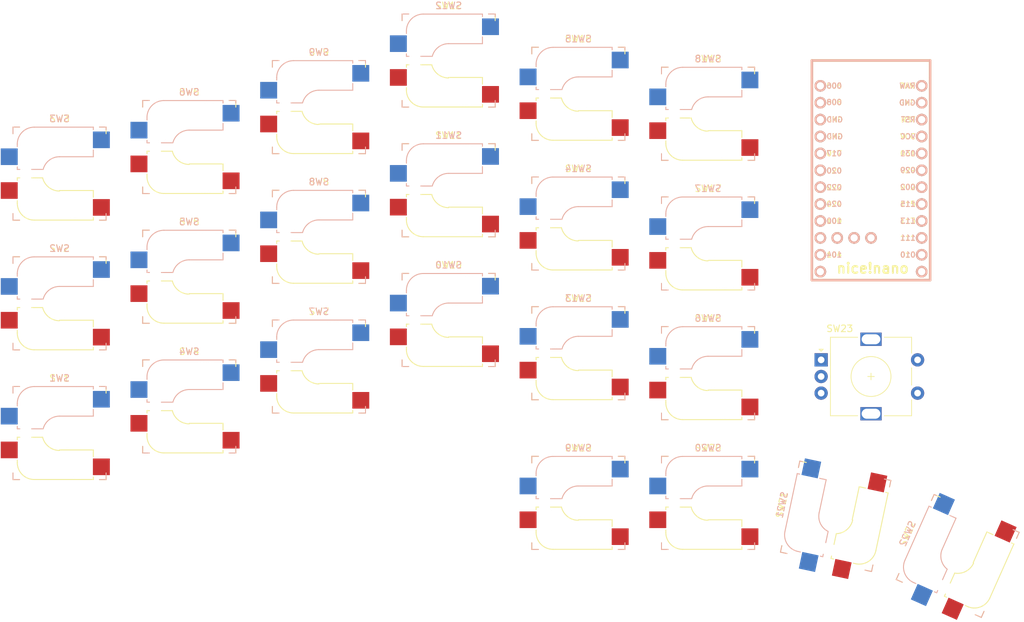
<source format=kicad_pcb>
(kicad_pcb (version 20240108) (generator "pcbnew") (generator_version "8.0")
  (layers (0 "F.Cu" signal) (31 "B.Cu" signal) (34 "B.Paste" user) (35 "F.Paste" user) (36 "B.SilkS" user "B.Silkscreen") (37 "F.SilkS" user "F.Silkscreen") (38 "B.Mask" user) (39 "F.Mask" user) (44 "Edge.Cuts" user))
  (net 0 "")
  (footprint "mx_switches:Kailh_socket_MX_reversible" (layer "F.Cu") (at 45 115)
    (property "Reference" "SW1" (at 0 -8.255 0) (layer "F.SilkS"))
    (property "Value" "SW_Push")
    (fp_text user "${REFERENCE}" (at 0 -8.255 0) (layer "B.SilkS") (effects (justify mirror)))
    (pad "" np_thru_hole circle (at -5.08 0) (size 1.7018 1.7018) (drill 1.7018) (layers "*.Cu" "*.Mask"))
    (pad "" np_thru_hole circle (at -3.81 -2.54) (size 3 3) (drill 3) (layers "*.Cu" "*.Mask"))
    (pad "" np_thru_hole circle (at -3.81 2.54) (size 3 3) (drill 3) (layers "*.Cu" "*.Mask"))
    (pad "" np_thru_hole circle (at 0 0) (size 3.9878 3.9878) (drill 3.9878) (layers "*.Cu" "*.Mask"))
    (pad "" np_thru_hole circle (at 2.54 -5.08) (size 3 3) (drill 3) (layers "*.Cu" "*.Mask"))
    (pad "" np_thru_hole circle (at 2.54 5.08) (size 3 3) (drill 3) (layers "*.Cu" "*.Mask"))
    (pad "" np_thru_hole circle (at 5.08 0) (size 1.7018 1.7018) (drill 1.7018) (layers "*.Cu" "*.Mask"))
    (pad "1" smd rect (at 6.29 -5.08) (size 2.55 2.5) (layers "B.Cu" "B.Paste" "B.Mask"))
    (pad "1" smd rect (at 6.29 5.08) (size 2.55 2.5) (layers "F.Cu" "F.Paste" "F.Mask"))
    (pad "2" smd rect (at -7.56 -2.54) (size 2.55 2.5) (layers "B.Cu" "B.Paste" "B.Mask"))
    (pad "2" smd rect (at -7.56 2.54) (size 2.55 2.5) (layers "F.Cu" "F.Paste" "F.Mask"))
  )
  (footprint "mx_switches:Kailh_socket_MX_reversible" (layer "F.Cu") (at 180.033657 133.478025 66)
    (property "Reference" "SW22" (at 0 -8.255 66) (layer "F.SilkS"))
    (property "Value" "SW_Push")
    (fp_text user "${REFERENCE}" (at 0 -8.255 66) (layer "B.SilkS") (effects (justify mirror)))
    (pad "" np_thru_hole circle (at -5.08 0 66) (size 1.7018 1.7018) (drill 1.7018) (layers "*.Cu" "*.Mask"))
    (pad "" np_thru_hole circle (at -3.81 -2.54 66) (size 3 3) (drill 3) (layers "*.Cu" "*.Mask"))
    (pad "" np_thru_hole circle (at -3.81 2.54 66) (size 3 3) (drill 3) (layers "*.Cu" "*.Mask"))
    (pad "" np_thru_hole circle (at 0 0 66) (size 3.9878 3.9878) (drill 3.9878) (layers "*.Cu" "*.Mask"))
    (pad "" np_thru_hole circle (at 2.54 -5.08 66) (size 3 3) (drill 3) (layers "*.Cu" "*.Mask"))
    (pad "" np_thru_hole circle (at 2.54 5.08 66) (size 3 3) (drill 3) (layers "*.Cu" "*.Mask"))
    (pad "" np_thru_hole circle (at 5.08 0 66) (size 1.7018 1.7018) (drill 1.7018) (layers "*.Cu" "*.Mask"))
    (pad "1" smd rect (at 6.29 -5.08 66) (size 2.55 2.5) (layers "B.Cu" "B.Paste" "B.Mask"))
    (pad "1" smd rect (at 6.29 5.08 66) (size 2.55 2.5) (layers "F.Cu" "F.Paste" "F.Mask"))
    (pad "2" smd rect (at -7.56 -2.539999 66) (size 2.55 2.5) (layers "B.Cu" "B.Paste" "B.Mask"))
    (pad "2" smd rect (at -7.56 2.54 66) (size 2.55 2.5) (layers "F.Cu" "F.Paste" "F.Mask"))
  )
  (footprint "mx_switches:Kailh_socket_MX_reversible" (layer "F.Cu") (at 123 103)
    (property "Reference" "SW13" (at 0 -8.255 0) (layer "F.SilkS"))
    (property "Value" "SW_Push")
    (fp_text user "${REFERENCE}" (at 0 -8.255 0) (layer "B.SilkS") (effects (justify mirror)))
    (pad "" np_thru_hole circle (at -5.08 0) (size 1.7018 1.7018) (drill 1.7018) (layers "*.Cu" "*.Mask"))
    (pad "" np_thru_hole circle (at -3.81 -2.54) (size 3 3) (drill 3) (layers "*.Cu" "*.Mask"))
    (pad "" np_thru_hole circle (at -3.81 2.54) (size 3 3) (drill 3) (layers "*.Cu" "*.Mask"))
    (pad "" np_thru_hole circle (at 0 0) (size 3.9878 3.9878) (drill 3.9878) (layers "*.Cu" "*.Mask"))
    (pad "" np_thru_hole circle (at 2.54 -5.08) (size 3 3) (drill 3) (layers "*.Cu" "*.Mask"))
    (pad "" np_thru_hole circle (at 2.54 5.08) (size 3 3) (drill 3) (layers "*.Cu" "*.Mask"))
    (pad "" np_thru_hole circle (at 5.08 0) (size 1.7018 1.7018) (drill 1.7018) (layers "*.Cu" "*.Mask"))
    (pad "1" smd rect (at 6.29 -5.08) (size 2.55 2.5) (layers "B.Cu" "B.Paste" "B.Mask"))
    (pad "1" smd rect (at 6.29 5.08) (size 2.55 2.5) (layers "F.Cu" "F.Paste" "F.Mask"))
    (pad "2" smd rect (at -7.56 -2.54) (size 2.55 2.5) (layers "B.Cu" "B.Paste" "B.Mask"))
    (pad "2" smd rect (at -7.56 2.54) (size 2.55 2.5) (layers "F.Cu" "F.Paste" "F.Mask"))
  )
  (footprint "tdkeys:nice_nano" (layer "F.Cu") (at 167 76.77 -90)
    (property "Reference" "U1" (hide yes))
    (property "Value" "nice_nano" (hide yes))
    (fp_text user "111" (at 8.89 -5.537191 0) (layer "B.SilkS") (effects (font (size 0.8 0.8)) (justify mirror)))
    (fp_text user "GND" (at -6.35 5.461 0) (layer "B.SilkS") (effects (font (size 0.8 0.8)) (justify mirror)))
    (fp_text user "029" (at -1.27 -5.537191 0) (layer "B.SilkS") (effects (font (size 0.8 0.8)) (justify mirror)))
    (fp_text user "RAW" (at -13.97 -5.473715 0) (layer "B.SilkS") (effects (font (size 0.8 0.8)) (justify mirror)))
    (fp_text user "031" (at -3.81 -5.537191 0) (layer "B.SilkS") (effects (font (size 0.8 0.8)) (justify mirror)))
    (fp_text user "RST" (at -8.89 -5.588 0) (layer "B.SilkS") (effects (font (size 0.8 0.8)) (justify mirror)))
    (fp_text user "017" (at -3.81 5.53719 0) (layer "B.SilkS") (effects (font (size 0.8 0.8)) (justify mirror)))
    (fp_text user "010" (at 11.43 -5.537191 0) (layer "B.SilkS") (effects (font (size 0.8 0.8)) (justify mirror)))
    (fp_text user "115" (at 3.81 -5.537191 0) (layer "B.SilkS") (effects (font (size 0.8 0.8)) (justify mirror)))
    (fp_text user "002" (at 1.27 -5.537191 0) (layer "B.SilkS") (effects (font (size 0.8 0.8)) (justify mirror)))
    (fp_text user "GND" (at -8.89 5.461 0) (layer "B.SilkS") (effects (font (size 0.8 0.8)) (justify mirror)))
    (fp_text user "104" (at 11.43 5.53719 0) (layer "B.SilkS") (effects (font (size 0.8 0.8)) (justify mirror)))
    (fp_text user "008" (at -11.5 5.53719 0) (layer "B.SilkS") (effects (font (size 0.8 0.8)) (justify mirror)))
    (fp_text user "006" (at -13.97 5.53719 0) (layer "B.SilkS") (effects (font (size 0.8 0.8)) (justify mirror)))
    (fp_text user "113" (at 6.35 -5.537191 0) (layer "B.SilkS") (effects (font (size 0.8 0.8)) (justify mirror)))
    (fp_text user "020" (at -1.2 5.53719 0) (layer "B.SilkS") (effects (font (size 0.8 0.8)) (justify mirror)))
    (fp_text user "GND" (at -11.43 -5.454667 0) (layer "B.SilkS") (effects (font (size 0.8 0.8)) (justify mirror)))
    (fp_text user "VCC" (at -6.35 -5.537191 0) (layer "B.SilkS") (effects (font (size 0.8 0.8)) (justify mirror)))
    (fp_text user "024" (at 3.8 5.53719 0) (layer "B.SilkS") (effects (font (size 0.8 0.8)) (justify mirror)))
    (fp_text user "100" (at 6.35 5.53719 0) (layer "B.SilkS") (effects (font (size 0.8 0.8)) (justify mirror)))
    (fp_text user "022" (at 1.3 5.53719 0) (layer "B.SilkS") (effects (font (size 0.8 0.8)) (justify mirror)))
    (fp_text user "022" (at 1.3 5.53719 0) (layer "F.SilkS") (effects (font (size 0.8 0.8))))
    (fp_text user "010" (at 11.43 -5.537191 0) (layer "F.SilkS") (effects (font (size 0.8 0.8))))
    (fp_text user "111" (at 8.89 -5.537191 0) (layer "F.SilkS") (effects (font (size 0.8 0.8))))
    (fp_text user "031" (at -3.81 -5.537191 0) (layer "F.SilkS") (effects (font (size 0.8 0.8))))
    (fp_text user "104" (at 11.43 5.53719 0) (layer "F.SilkS") (effects (font (size 0.8 0.8))))
    (fp_text user "115" (at 3.81 -5.537191 0) (layer "F.SilkS") (effects (font (size 0.8 0.8))))
    (fp_text user "029" (at -1.27 -5.537191 0) (layer "F.SilkS") (effects (font (size 0.8 0.8))))
    (fp_text user "008" (at -11.5 5.53719 0) (layer "F.SilkS") (effects (font (size 0.8 0.8))))
    (fp_text user "GND" (at -8.89 5.461 0) (layer "F.SilkS") (effects (font (size 0.8 0.8))))
    (fp_text user "GND" (at -11.43 -5.454667 0) (layer "F.SilkS") (effects (font (size 0.8 0.8))))
    (fp_text user "006" (at -13.97 5.53719 0) (layer "F.SilkS") (effects (font (size 0.8 0.8))))
    (fp_text user "100" (at 6.35 5.53719 0) (layer "F.SilkS") (effects (font (size 0.8 0.8))))
    (fp_text user "VCC" (at -6.35 -5.537191 0) (layer "F.SilkS") (effects (font (size 0.8 0.8))))
    (fp_text user "002" (at 1.27 -5.537191 0) (layer "F.SilkS") (effects (font (size 0.8 0.8))))
    (fp_text user "020" (at -1.2 5.53719 0) (layer "F.SilkS") (effects (font (size 0.8 0.8))))
    (fp_text user "RST" (at -8.89 -5.588 0) (layer "F.SilkS") (effects (font (size 0.8 0.8))))
    (fp_text user "RAW" (at -13.97 -5.473715 0) (layer "F.SilkS") (effects (font (size 0.8 0.8))))
    (fp_text user "nice!nano" (at 13.462 -0.254 0) (layer "F.SilkS") (effects (font (size 1.5 1.5) (thickness 0.3))))
    (fp_text user "GND" (at -6.35 5.461 0) (layer "F.SilkS") (effects (font (size 0.8 0.8))))
    (fp_text user "113" (at 6.35 -5.537191 0) (layer "F.SilkS") (effects (font (size 0.8 0.8))))
    (fp_text user "024" (at 3.81 5.53719 0) (layer "F.SilkS") (effects (font (size 0.8 0.8))))
    (fp_text user "017" (at -3.8 5.53719 0) (layer "F.SilkS") (effects (font (size 0.8 0.8))))
    (pad "1" thru_hole circle (at -13.97 7.62 270) (size 1.7526 1.7526) (drill 1.0922) (layers "*.Cu" "*.SilkS" "*.Mask"))
    (pad "2" thru_hole circle (at -11.43 7.62 270) (size 1.7526 1.7526) (drill 1.0922) (layers "*.Cu" "*.SilkS" "*.Mask"))
    (pad "3" thru_hole circle (at -8.89 7.62 270) (size 1.7526 1.7526) (drill 1.0922) (layers "*.Cu" "*.SilkS" "*.Mask"))
    (pad "4" thru_hole circle (at -6.35 7.62 270) (size 1.7526 1.7526) (drill 1.0922) (layers "*.Cu" "*.SilkS" "*.Mask"))
    (pad "5" thru_hole circle (at -3.81 7.62 270) (size 1.7526 1.7526) (drill 1.0922) (layers "*.Cu" "*.SilkS" "*.Mask"))
    (pad "6" thru_hole circle (at -1.27 7.62 270) (size 1.7526 1.7526) (drill 1.0922) (layers "*.Cu" "*.SilkS" "*.Mask"))
    (pad "7" thru_hole circle (at 1.27 7.62 270) (size 1.7526 1.7526) (drill 1.0922) (layers "*.Cu" "*.SilkS" "*.Mask"))
    (pad "8" thru_hole circle (at 3.81 7.62 270) (size 1.7526 1.7526) (drill 1.0922) (layers "*.Cu" "*.SilkS" "*.Mask"))
    (pad "9" thru_hole circle (at 6.35 7.62 270) (size 1.7526 1.7526) (drill 1.0922) (layers "*.Cu" "*.SilkS" "*.Mask"))
    (pad "10" thru_hole circle (at 8.89 7.62 270) (size 1.7526 1.7526) (drill 1.0922) (layers "*.Cu" "*.SilkS" "*.Mask"))
    (pad "11" thru_hole circle (at 11.43 7.62 270) (size 1.7526 1.7526) (drill 1.0922) (layers "*.Cu" "*.SilkS" "*.Mask"))
    (pad "12" thru_hole circle (at 13.97 7.62 270) (size 1.7526 1.7526) (drill 1.0922) (layers "*.Cu" "*.SilkS" "*.Mask"))
    (pad "13" thru_hole circle (at 13.97 -7.62 270) (size 1.7526 1.7526) (drill 1.0922) (layers "*.Cu" "*.SilkS" "*.Mask"))
    (pad "14" thru_hole circle (at 11.43 -7.62 270) (size 1.7526 1.7526) (drill 1.0922) (layers "*.Cu" "*.SilkS" "*.Mask"))
    (pad "15" thru_hole circle (at 8.89 -7.62 270) (size 1.7526 1.7526) (drill 1.0922) (layers "*.Cu" "*.SilkS" "*.Mask"))
    (pad "16" thru_hole circle (at 6.35 -7.62 270) (size 1.7526 1.7526) (drill 1.0922) (layers "*.Cu" "*.SilkS" "*.Mask"))
    (pad "17" thru_hole circle (at 3.81 -7.62 270) (size 1.7526 1.7526) (drill 1.0922) (layers "*.Cu" "*.SilkS" "*.Mask"))
    (pad "18" thru_hole circle (at 1.27 -7.62 270) (size 1.7526 1.7526) (drill 1.0922) (layers "*.Cu" "*.SilkS" "*.Mask"))
    (pad "19" thru_hole circle (at -1.27 -7.62 270) (size 1.7526 1.7526) (drill 1.0922) (layers "*.Cu" "*.SilkS" "*.Mask"))
    (pad "20" thru_hole circle (at -3.81 -7.62 270) (size 1.7526 1.7526) (drill 1.0922) (layers "*.Cu" "*.SilkS" "*.Mask"))
    (pad "21" thru_hole circle (at -6.35 -7.62 270) (size 1.7526 1.7526) (drill 1.0922) (layers "*.Cu" "*.SilkS" "*.Mask"))
    (pad "22" thru_hole circle (at -8.89 -7.62 270) (size 1.7526 1.7526) (drill 1.0922) (layers "*.Cu" "*.SilkS" "*.Mask"))
    (pad "23" thru_hole circle (at -11.43 -7.62 270) (size 1.7526 1.7526) (drill 1.0922) (layers "*.Cu" "*.SilkS" "*.Mask"))
    (pad "24" thru_hole circle (at -13.97 -7.62 270) (size 1.7526 1.7526) (drill 1.0922) (layers "*.Cu" "*.SilkS" "*.Mask"))
    (pad "31" thru_hole circle (at 8.89 5.08 270) (size 1.7526 1.7526) (drill 1.0922) (layers "*.Cu" "*.SilkS" "*.Mask"))
    (pad "32" thru_hole circle (at 8.89 2.54 270) (size 1.7526 1.7526) (drill 1.0922) (layers "*.Cu" "*.SilkS" "*.Mask"))
    (pad "33" thru_hole circle (at 8.89 0 270) (size 1.7526 1.7526) (drill 1.0922) (layers "*.Cu" "*.SilkS" "*.Mask"))
  )
  (footprint "mx_switches:Kailh_socket_MX_reversible" (layer "F.Cu") (at 64.5 72)
    (property "Reference" "SW6" (at 0 -8.255 0) (layer "F.SilkS"))
    (property "Value" "SW_Push")
    (fp_text user "${REFERENCE}" (at 0 -8.255 0) (layer "B.SilkS") (effects (justify mirror)))
    (pad "" np_thru_hole circle (at -5.08 0) (size 1.7018 1.7018) (drill 1.7018) (layers "*.Cu" "*.Mask"))
    (pad "" np_thru_hole circle (at -3.81 -2.54) (size 3 3) (drill 3) (layers "*.Cu" "*.Mask"))
    (pad "" np_thru_hole circle (at -3.81 2.54) (size 3 3) (drill 3) (layers "*.Cu" "*.Mask"))
    (pad "" np_thru_hole circle (at 0 0) (size 3.9878 3.9878) (drill 3.9878) (layers "*.Cu" "*.Mask"))
    (pad "" np_thru_hole circle (at 2.54 -5.08) (size 3 3) (drill 3) (layers "*.Cu" "*.Mask"))
    (pad "" np_thru_hole circle (at 2.54 5.08) (size 3 3) (drill 3) (layers "*.Cu" "*.Mask"))
    (pad "" np_thru_hole circle (at 5.08 0) (size 1.7018 1.7018) (drill 1.7018) (layers "*.Cu" "*.Mask"))
    (pad "1" smd rect (at 6.29 -5.08) (size 2.55 2.5) (layers "B.Cu" "B.Paste" "B.Mask"))
    (pad "1" smd rect (at 6.29 5.08) (size 2.55 2.5) (layers "F.Cu" "F.Paste" "F.Mask"))
    (pad "2" smd rect (at -7.56 -2.54) (size 2.55 2.5) (layers "B.Cu" "B.Paste" "B.Mask"))
    (pad "2" smd rect (at -7.56 2.54) (size 2.55 2.5) (layers "F.Cu" "F.Paste" "F.Mask"))
  )
  (footprint "mx_switches:Kailh_socket_MX_reversible" (layer "F.Cu") (at 84 66)
    (property "Reference" "SW9" (at 0 -8.255 0) (layer "F.SilkS"))
    (property "Value" "SW_Push")
    (fp_text user "${REFERENCE}" (at 0 -8.255 0) (layer "B.SilkS") (effects (justify mirror)))
    (pad "" np_thru_hole circle (at -5.08 0) (size 1.7018 1.7018) (drill 1.7018) (layers "*.Cu" "*.Mask"))
    (pad "" np_thru_hole circle (at -3.81 -2.54) (size 3 3) (drill 3) (layers "*.Cu" "*.Mask"))
    (pad "" np_thru_hole circle (at -3.81 2.54) (size 3 3) (drill 3) (layers "*.Cu" "*.Mask"))
    (pad "" np_thru_hole circle (at 0 0) (size 3.9878 3.9878) (drill 3.9878) (layers "*.Cu" "*.Mask"))
    (pad "" np_thru_hole circle (at 2.54 -5.08) (size 3 3) (drill 3) (layers "*.Cu" "*.Mask"))
    (pad "" np_thru_hole circle (at 2.54 5.08) (size 3 3) (drill 3) (layers "*.Cu" "*.Mask"))
    (pad "" np_thru_hole circle (at 5.08 0) (size 1.7018 1.7018) (drill 1.7018) (layers "*.Cu" "*.Mask"))
    (pad "1" smd rect (at 6.29 -5.08) (size 2.55 2.5) (layers "B.Cu" "B.Paste" "B.Mask"))
    (pad "1" smd rect (at 6.29 5.08) (size 2.55 2.5) (layers "F.Cu" "F.Paste" "F.Mask"))
    (pad "2" smd rect (at -7.56 -2.54) (size 2.55 2.5) (layers "B.Cu" "B.Paste" "B.Mask"))
    (pad "2" smd rect (at -7.56 2.54) (size 2.55 2.5) (layers "F.Cu" "F.Paste" "F.Mask"))
  )
  (footprint "mx_switches:Kailh_socket_MX_reversible" (layer "F.Cu") (at 123 83.5)
    (property "Reference" "SW14" (at 0 -8.255 0) (layer "F.SilkS"))
    (property "Value" "SW_Push")
    (fp_text user "${REFERENCE}" (at 0 -8.255 0) (layer "B.SilkS") (effects (justify mirror)))
    (pad "" np_thru_hole circle (at -5.08 0) (size 1.7018 1.7018) (drill 1.7018) (layers "*.Cu" "*.Mask"))
    (pad "" np_thru_hole circle (at -3.81 -2.54) (size 3 3) (drill 3) (layers "*.Cu" "*.Mask"))
    (pad "" np_thru_hole circle (at -3.81 2.54) (size 3 3) (drill 3) (layers "*.Cu" "*.Mask"))
    (pad "" np_thru_hole circle (at 0 0) (size 3.9878 3.9878) (drill 3.9878) (layers "*.Cu" "*.Mask"))
    (pad "" np_thru_hole circle (at 2.54 -5.08) (size 3 3) (drill 3) (layers "*.Cu" "*.Mask"))
    (pad "" np_thru_hole circle (at 2.54 5.08) (size 3 3) (drill 3) (layers "*.Cu" "*.Mask"))
    (pad "" np_thru_hole circle (at 5.08 0) (size 1.7018 1.7018) (drill 1.7018) (layers "*.Cu" "*.Mask"))
    (pad "1" smd rect (at 6.29 -5.08) (size 2.55 2.5) (layers "B.Cu" "B.Paste" "B.Mask"))
    (pad "1" smd rect (at 6.29 5.08) (size 2.55 2.5) (layers "F.Cu" "F.Paste" "F.Mask"))
    (pad "2" smd rect (at -7.56 -2.54) (size 2.55 2.5) (layers "B.Cu" "B.Paste" "B.Mask"))
    (pad "2" smd rect (at -7.56 2.54) (size 2.55 2.5) (layers "F.Cu" "F.Paste" "F.Mask"))
  )
  (footprint "mx_switches:Kailh_socket_MX_reversible" (layer "F.Cu") (at 103.5 59)
    (property "Reference" "SW12" (at 0 -8.255 0) (layer "F.SilkS"))
    (property "Value" "SW_Push")
    (fp_text user "${REFERENCE}" (at 0 -8.255 0) (layer "B.SilkS") (effects (justify mirror)))
    (pad "" np_thru_hole circle (at -5.08 0) (size 1.7018 1.7018) (drill 1.7018) (layers "*.Cu" "*.Mask"))
    (pad "" np_thru_hole circle (at -3.81 -2.54) (size 3 3) (drill 3) (layers "*.Cu" "*.Mask"))
    (pad "" np_thru_hole circle (at -3.81 2.54) (size 3 3) (drill 3) (layers "*.Cu" "*.Mask"))
    (pad "" np_thru_hole circle (at 0 0) (size 3.9878 3.9878) (drill 3.9878) (layers "*.Cu" "*.Mask"))
    (pad "" np_thru_hole circle (at 2.54 -5.08) (size 3 3) (drill 3) (layers "*.Cu" "*.Mask"))
    (pad "" np_thru_hole circle (at 2.54 5.08) (size 3 3) (drill 3) (layers "*.Cu" "*.Mask"))
    (pad "" np_thru_hole circle (at 5.08 0) (size 1.7018 1.7018) (drill 1.7018) (layers "*.Cu" "*.Mask"))
    (pad "1" smd rect (at 6.29 -5.08) (size 2.55 2.5) (layers "B.Cu" "B.Paste" "B.Mask"))
    (pad "1" smd rect (at 6.29 5.08) (size 2.55 2.5) (layers "F.Cu" "F.Paste" "F.Mask"))
    (pad "2" smd rect (at -7.56 -2.54) (size 2.55 2.5) (layers "B.Cu" "B.Paste" "B.Mask"))
    (pad "2" smd rect (at -7.56 2.54) (size 2.55 2.5) (layers "F.Cu" "F.Paste" "F.Mask"))
  )
  (footprint "mx_switches:Kailh_socket_MX_reversible" (layer "F.Cu") (at 64.5 111)
    (property "Reference" "SW4" (at 0 -8.255 0) (layer "F.SilkS"))
    (property "Value" "SW_Push")
    (fp_text user "${REFERENCE}" (at 0 -8.255 0) (layer "B.SilkS") (effects (justify mirror)))
    (pad "" np_thru_hole circle (at -5.08 0) (size 1.7018 1.7018) (drill 1.7018) (layers "*.Cu" "*.Mask"))
    (pad "" np_thru_hole circle (at -3.81 -2.54) (size 3 3) (drill 3) (layers "*.Cu" "*.Mask"))
    (pad "" np_thru_hole circle (at -3.81 2.54) (size 3 3) (drill 3) (layers "*.Cu" "*.Mask"))
    (pad "" np_thru_hole circle (at 0 0) (size 3.9878 3.9878) (drill 3.9878) (layers "*.Cu" "*.Mask"))
    (pad "" np_thru_hole circle (at 2.54 -5.08) (size 3 3) (drill 3) (layers "*.Cu" "*.Mask"))
    (pad "" np_thru_hole circle (at 2.54 5.08) (size 3 3) (drill 3) (layers "*.Cu" "*.Mask"))
    (pad "" np_thru_hole circle (at 5.08 0) (size 1.7018 1.7018) (drill 1.7018) (layers "*.Cu" "*.Mask"))
    (pad "1" smd rect (at 6.29 -5.08) (size 2.55 2.5) (layers "B.Cu" "B.Paste" "B.Mask"))
    (pad "1" smd rect (at 6.29 5.08) (size 2.55 2.5) (layers "F.Cu" "F.Paste" "F.Mask"))
    (pad "2" smd rect (at -7.56 -2.54) (size 2.55 2.5) (layers "B.Cu" "B.Paste" "B.Mask"))
    (pad "2" smd rect (at -7.56 2.54) (size 2.55 2.5) (layers "F.Cu" "F.Paste" "F.Mask"))
  )
  (footprint "mx_switches:Kailh_socket_MX_reversible" (layer "F.Cu") (at 103.5 78.5)
    (property "Reference" "SW11" (at 0 -8.255 0) (layer "F.SilkS"))
    (property "Value" "SW_Push")
    (fp_text user "${REFERENCE}" (at 0 -8.255 0) (layer "B.SilkS") (effects (justify mirror)))
    (pad "" np_thru_hole circle (at -5.08 0) (size 1.7018 1.7018) (drill 1.7018) (layers "*.Cu" "*.Mask"))
    (pad "" np_thru_hole circle (at -3.81 -2.54) (size 3 3) (drill 3) (layers "*.Cu" "*.Mask"))
    (pad "" np_thru_hole circle (at -3.81 2.54) (size 3 3) (drill 3) (layers "*.Cu" "*.Mask"))
    (pad "" np_thru_hole circle (at 0 0) (size 3.9878 3.9878) (drill 3.9878) (layers "*.Cu" "*.Mask"))
    (pad "" np_thru_hole circle (at 2.54 -5.08) (size 3 3) (drill 3) (layers "*.Cu" "*.Mask"))
    (pad "" np_thru_hole circle (at 2.54 5.08) (size 3 3) (drill 3) (layers "*.Cu" "*.Mask"))
    (pad "" np_thru_hole circle (at 5.08 0) (size 1.7018 1.7018) (drill 1.7018) (layers "*.Cu" "*.Mask"))
    (pad "1" smd rect (at 6.29 -5.08) (size 2.55 2.5) (layers "B.Cu" "B.Paste" "B.Mask"))
    (pad "1" smd rect (at 6.29 5.08) (size 2.55 2.5) (layers "F.Cu" "F.Paste" "F.Mask"))
    (pad "2" smd rect (at -7.56 -2.54) (size 2.55 2.5) (layers "B.Cu" "B.Paste" "B.Mask"))
    (pad "2" smd rect (at -7.56 2.54) (size 2.55 2.5) (layers "F.Cu" "F.Paste" "F.Mask"))
  )
  (footprint "mx_switches:Kailh_socket_MX_reversible" (layer "F.Cu") (at 103.5 98)
    (property "Reference" "SW10" (at 0 -8.255 0) (layer "F.SilkS"))
    (property "Value" "SW_Push")
    (fp_text user "${REFERENCE}" (at 0 -8.255 0) (layer "B.SilkS") (effects (justify mirror)))
    (pad "" np_thru_hole circle (at -5.08 0) (size 1.7018 1.7018) (drill 1.7018) (layers "*.Cu" "*.Mask"))
    (pad "" np_thru_hole circle (at -3.81 -2.54) (size 3 3) (drill 3) (layers "*.Cu" "*.Mask"))
    (pad "" np_thru_hole circle (at -3.81 2.54) (size 3 3) (drill 3) (layers "*.Cu" "*.Mask"))
    (pad "" np_thru_hole circle (at 0 0) (size 3.9878 3.9878) (drill 3.9878) (layers "*.Cu" "*.Mask"))
    (pad "" np_thru_hole circle (at 2.54 -5.08) (size 3 3) (drill 3) (layers "*.Cu" "*.Mask"))
    (pad "" np_thru_hole circle (at 2.54 5.08) (size 3 3) (drill 3) (layers "*.Cu" "*.Mask"))
    (pad "" np_thru_hole circle (at 5.08 0) (size 1.7018 1.7018) (drill 1.7018) (layers "*.Cu" "*.Mask"))
    (pad "1" smd rect (at 6.29 -5.08) (size 2.55 2.5) (layers "B.Cu" "B.Paste" "B.Mask"))
    (pad "1" smd rect (at 6.29 5.08) (size 2.55 2.5) (layers "F.Cu" "F.Paste" "F.Mask"))
    (pad "2" smd rect (at -7.56 -2.54) (size 2.55 2.5) (layers "B.Cu" "B.Paste" "B.Mask"))
    (pad "2" smd rect (at -7.56 2.54) (size 2.55 2.5) (layers "F.Cu" "F.Paste" "F.Mask"))
  )
  (footprint "mx_switches:Kailh_socket_MX_reversible" (layer "F.Cu") (at 64.5 91.5)
    (property "Reference" "SW5" (at 0 -8.255 0) (layer "F.SilkS"))
    (property "Value" "SW_Push")
    (fp_text user "${REFERENCE}" (at 0 -8.255 0) (layer "B.SilkS") (effects (justify mirror)))
    (pad "" np_thru_hole circle (at -5.08 0) (size 1.7018 1.7018) (drill 1.7018) (layers "*.Cu" "*.Mask"))
    (pad "" np_thru_hole circle (at -3.81 -2.54) (size 3 3) (drill 3) (layers "*.Cu" "*.Mask"))
    (pad "" np_thru_hole circle (at -3.81 2.54) (size 3 3) (drill 3) (layers "*.Cu" "*.Mask"))
    (pad "" np_thru_hole circle (at 0 0) (size 3.9878 3.9878) (drill 3.9878) (layers "*.Cu" "*.Mask"))
    (pad "" np_thru_hole circle (at 2.54 -5.08) (size 3 3) (drill 3) (layers "*.Cu" "*.Mask"))
    (pad "" np_thru_hole circle (at 2.54 5.08) (size 3 3) (drill 3) (layers "*.Cu" "*.Mask"))
    (pad "" np_thru_hole circle (at 5.08 0) (size 1.7018 1.7018) (drill 1.7018) (layers "*.Cu" "*.Mask"))
    (pad "1" smd rect (at 6.29 -5.08) (size 2.55 2.5) (layers "B.Cu" "B.Paste" "B.Mask"))
    (pad "1" smd rect (at 6.29 5.08) (size 2.55 2.5) (layers "F.Cu" "F.Paste" "F.Mask"))
    (pad "2" smd rect (at -7.56 -2.54) (size 2.55 2.5) (layers "B.Cu" "B.Paste" "B.Mask"))
    (pad "2" smd rect (at -7.56 2.54) (size 2.55 2.5) (layers "F.Cu" "F.Paste" "F.Mask"))
  )
  (footprint "mx_switches:Kailh_socket_MX_reversible" (layer "F.Cu") (at 123 125.5)
    (property "Reference" "SW19" (at 0 -8.255 0) (layer "F.SilkS"))
    (property "Value" "SW_Push")
    (fp_text user "${REFERENCE}" (at 0 -8.255 0) (layer "B.SilkS") (effects (justify mirror)))
    (pad "" np_thru_hole circle (at -5.08 0) (size 1.7018 1.7018) (drill 1.7018) (layers "*.Cu" "*.Mask"))
    (pad "" np_thru_hole circle (at -3.81 -2.54) (size 3 3) (drill 3) (layers "*.Cu" "*.Mask"))
    (pad "" np_thru_hole circle (at -3.81 2.54) (size 3 3) (drill 3) (layers "*.Cu" "*.Mask"))
    (pad "" np_thru_hole circle (at 0 0) (size 3.9878 3.9878) (drill 3.9878) (layers "*.Cu" "*.Mask"))
    (pad "" np_thru_hole circle (at 2.54 -5.08) (size 3 3) (drill 3) (layers "*.Cu" "*.Mask"))
    (pad "" np_thru_hole circle (at 2.54 5.08) (size 3 3) (drill 3) (layers "*.Cu" "*.Mask"))
    (pad "" np_thru_hole circle (at 5.08 0) (size 1.7018 1.7018) (drill 1.7018) (layers "*.Cu" "*.Mask"))
    (pad "1" smd rect (at 6.29 -5.08) (size 2.55 2.5) (layers "B.Cu" "B.Paste" "B.Mask"))
    (pad "1" smd rect (at 6.29 5.08) (size 2.55 2.5) (layers "F.Cu" "F.Paste" "F.Mask"))
    (pad "2" smd rect (at -7.56 -2.54) (size 2.55 2.5) (layers "B.Cu" "B.Paste" "B.Mask"))
    (pad "2" smd rect (at -7.56 2.54) (size 2.55 2.5) (layers "F.Cu" "F.Paste" "F.Mask"))
  )
  (footprint "mx_switches:Kailh_socket_MX_reversible" (layer "F.Cu") (at 123 64)
    (property "Reference" "SW15" (at 0 -8.255 0) (layer "F.SilkS"))
    (property "Value" "SW_Push")
    (fp_text user "${REFERENCE}" (at 0 -8.255 0) (layer "B.SilkS") (effects (justify mirror)))
    (pad "" np_thru_hole circle (at -5.08 0) (size 1.7018 1.7018) (drill 1.7018) (layers "*.Cu" "*.Mask"))
    (pad "" np_thru_hole circle (at -3.81 -2.54) (size 3 3) (drill 3) (layers "*.Cu" "*.Mask"))
    (pad "" np_thru_hole circle (at -3.81 2.54) (size 3 3) (drill 3) (layers "*.Cu" "*.Mask"))
    (pad "" np_thru_hole circle (at 0 0) (size 3.9878 3.9878) (drill 3.9878) (layers "*.Cu" "*.Mask"))
    (pad "" np_thru_hole circle (at 2.54 -5.08) (size 3 3) (drill 3) (layers "*.Cu" "*.Mask"))
    (pad "" np_thru_hole circle (at 2.54 5.08) (size 3 3) (drill 3) (layers "*.Cu" "*.Mask"))
    (pad "" np_thru_hole circle (at 5.08 0) (size 1.7018 1.7018) (drill 1.7018) (layers "*.Cu" "*.Mask"))
    (pad "1" smd rect (at 6.29 -5.08) (size 2.55 2.5) (layers "B.Cu" "B.Paste" "B.Mask"))
    (pad "1" smd rect (at 6.29 5.08) (size 2.55 2.5) (layers "F.Cu" "F.Paste" "F.Mask"))
    (pad "2" smd rect (at -7.56 -2.54) (size 2.55 2.5) (layers "B.Cu" "B.Paste" "B.Mask"))
    (pad "2" smd rect (at -7.56 2.54) (size 2.55 2.5) (layers "F.Cu" "F.Paste" "F.Mask"))
  )
  (footprint "mx_switches:Kailh_socket_MX_reversible" (layer "F.Cu") (at 84 85.5)
    (property "Reference" "SW8" (at 0 -8.255 0) (layer "F.SilkS"))
    (property "Value" "SW_Push")
    (fp_text user "${REFERENCE}" (at 0 -8.255 0) (layer "B.SilkS") (effects (justify mirror)))
    (pad "" np_thru_hole circle (at -5.08 0) (size 1.7018 1.7018) (drill 1.7018) (layers "*.Cu" "*.Mask"))
    (pad "" np_thru_hole circle (at -3.81 -2.54) (size 3 3) (drill 3) (layers "*.Cu" "*.Mask"))
    (pad "" np_thru_hole circle (at -3.81 2.54) (size 3 3) (drill 3) (layers "*.Cu" "*.Mask"))
    (pad "" np_thru_hole circle (at 0 0) (size 3.9878 3.9878) (drill 3.9878) (layers "*.Cu" "*.Mask"))
    (pad "" np_thru_hole circle (at 2.54 -5.08) (size 3 3) (drill 3) (layers "*.Cu" "*.Mask"))
    (pad "" np_thru_hole circle (at 2.54 5.08) (size 3 3) (drill 3) (layers "*.Cu" "*.Mask"))
    (pad "" np_thru_hole circle (at 5.08 0) (size 1.7018 1.7018) (drill 1.7018) (layers "*.Cu" "*.Mask"))
    (pad "1" smd rect (at 6.29 -5.08) (size 2.55 2.5) (layers "B.Cu" "B.Paste" "B.Mask"))
    (pad "1" smd rect (at 6.29 5.08) (size 2.55 2.5) (layers "F.Cu" "F.Paste" "F.Mask"))
    (pad "2" smd rect (at -7.56 -2.54) (size 2.55 2.5) (layers "B.Cu" "B.Paste" "B.Mask"))
    (pad "2" smd rect (at -7.56 2.54) (size 2.55 2.5) (layers "F.Cu" "F.Paste" "F.Mask"))
  )
  (footprint "mx_switches:Kailh_socket_MX_reversible" (layer "F.Cu") (at 142.5 106)
    (property "Reference" "SW16" (at 0 -8.255 0) (layer "F.SilkS"))
    (property "Value" "SW_Push")
    (fp_text user "${REFERENCE}" (at 0 -8.255 0) (layer "B.SilkS") (effects (justify mirror)))
    (pad "" np_thru_hole circle (at -5.08 0) (size 1.7018 1.7018) (drill 1.7018) (layers "*.Cu" "*.Mask"))
    (pad "" np_thru_hole circle (at -3.81 -2.54) (size 3 3) (drill 3) (layers "*.Cu" "*.Mask"))
    (pad "" np_thru_hole circle (at -3.81 2.54) (size 3 3) (drill 3) (layers "*.Cu" "*.Mask"))
    (pad "" np_thru_hole circle (at 0 0) (size 3.9878 3.9878) (drill 3.9878) (layers "*.Cu" "*.Mask"))
    (pad "" np_thru_hole circle (at 2.54 -5.08) (size 3 3) (drill 3) (layers "*.Cu" "*.Mask"))
    (pad "" np_thru_hole circle (at 2.54 5.08) (size 3 3) (drill 3) (layers "*.Cu" "*.Mask"))
    (pad "" np_thru_hole circle (at 5.08 0) (size 1.7018 1.7018) (drill 1.7018) (layers "*.Cu" "*.Mask"))
    (pad "1" smd rect (at 6.29 -5.08) (size 2.55 2.5) (layers "B.Cu" "B.Paste" "B.Mask"))
    (pad "1" smd rect (at 6.29 5.08) (size 2.55 2.5) (layers "F.Cu" "F.Paste" "F.Mask"))
    (pad "2" smd rect (at -7.56 -2.54) (size 2.55 2.5) (layers "B.Cu" "B.Paste" "B.Mask"))
    (pad "2" smd rect (at -7.56 2.54) (size 2.55 2.5) (layers "F.Cu" "F.Paste" "F.Mask"))
  )
  (footprint "mx_switches:Kailh_socket_MX_reversible" (layer "F.Cu") (at 45 95.5)
    (property "Reference" "SW2" (at 0 -8.255 0) (layer "F.SilkS"))
    (property "Value" "SW_Push")
    (fp_text user "${REFERENCE}" (at 0 -8.255 0) (layer "B.SilkS") (effects (justify mirror)))
    (pad "" np_thru_hole circle (at -5.08 0) (size 1.7018 1.7018) (drill 1.7018) (layers "*.Cu" "*.Mask"))
    (pad "" np_thru_hole circle (at -3.81 -2.54) (size 3 3) (drill 3) (layers "*.Cu" "*.Mask"))
    (pad "" np_thru_hole circle (at -3.81 2.54) (size 3 3) (drill 3) (layers "*.Cu" "*.Mask"))
    (pad "" np_thru_hole circle (at 0 0) (size 3.9878 3.9878) (drill 3.9878) (layers "*.Cu" "*.Mask"))
    (pad "" np_thru_hole circle (at 2.54 -5.08) (size 3 3) (drill 3) (layers "*.Cu" "*.Mask"))
    (pad "" np_thru_hole circle (at 2.54 5.08) (size 3 3) (drill 3) (layers "*.Cu" "*.Mask"))
    (pad "" np_thru_hole circle (at 5.08 0) (size 1.7018 1.7018) (drill 1.7018) (layers "*.Cu" "*.Mask"))
    (pad "1" smd rect (at 6.29 -5.08) (size 2.55 2.5) (layers "B.Cu" "B.Paste" "B.Mask"))
    (pad "1" smd rect (at 6.29 5.08) (size 2.55 2.5) (layers "F.Cu" "F.Paste" "F.Mask"))
    (pad "2" smd rect (at -7.56 -2.54) (size 2.55 2.5) (layers "B.Cu" "B.Paste" "B.Mask"))
    (pad "2" smd rect (at -7.56 2.54) (size 2.55 2.5) (layers "F.Cu" "F.Paste" "F.Mask"))
  )
  (footprint "mx_switches:Kailh_socket_MX_reversible" (layer "F.Cu") (at 142.5 67)
    (property "Reference" "SW18" (at 0 -8.255 0) (layer "F.SilkS"))
    (property "Value" "SW_Push")
    (fp_text user "${REFERENCE}" (at 0 -8.255 0) (layer "B.SilkS") (effects (justify mirror)))
    (pad "" np_thru_hole circle (at -5.08 0) (size 1.7018 1.7018) (drill 1.7018) (layers "*.Cu" "*.Mask"))
    (pad "" np_thru_hole circle (at -3.81 -2.54) (size 3 3) (drill 3) (layers "*.Cu" "*.Mask"))
    (pad "" np_thru_hole circle (at -3.81 2.54) (size 3 3) (drill 3) (layers "*.Cu" "*.Mask"))
    (pad "" np_thru_hole circle (at 0 0) (size 3.9878 3.9878) (drill 3.9878) (layers "*.Cu" "*.Mask"))
    (pad "" np_thru_hole circle (at 2.54 -5.08) (size 3 3) (drill 3) (layers "*.Cu" "*.Mask"))
    (pad "" np_thru_hole circle (at 2.54 5.08) (size 3 3) (drill 3) (layers "*.Cu" "*.Mask"))
    (pad "" np_thru_hole circle (at 5.08 0) (size 1.7018 1.7018) (drill 1.7018) (layers "*.Cu" "*.Mask"))
    (pad "1" smd rect (at 6.29 -5.08) (size 2.55 2.5) (layers "B.Cu" "B.Paste" "B.Mask"))
    (pad "1" smd rect (at 6.29 5.08) (size 2.55 2.5) (layers "F.Cu" "F.Paste" "F.Mask"))
    (pad "2" smd rect (at -7.56 -2.54) (size 2.55 2.5) (layers "B.Cu" "B.Paste" "B.Mask"))
    (pad "2" smd rect (at -7.56 2.54) (size 2.55 2.5) (layers "F.Cu" "F.Paste" "F.Mask"))
  )
  (footprint "keebio:RotaryEncoder_Alps_EC11E-Switch_Vertical_H20mm" (layer "F.Cu") (at 167 106.5)
    (property "Reference" "SW23" (at -4.7 -7.2 0) (layer "F.SilkS"))
    (property "Value" "RotaryEncoder_Switch")
    (pad "A" thru_hole rect (at -7.5 -2.5) (size 2 2) (drill 1) (layers "*.Cu" "*.Mask"))
    (pad "B" thru_hole circle (at -7.5 2.5) (size 2 2) (drill 1) (layers "*.Cu" "*.Mask"))
    (pad "C" thru_hole circle (at -7.5 0) (size 2 2) (drill 1) (layers "*.Cu" "*.Mask"))
    (pad "MP" thru_hole rect (at 0 -5.6) (size 3.2 2) (drill oval 2.8 1.5) (layers "*.Cu" "*.Mask"))
    (pad "MP" thru_hole rect (at 0 5.6) (size 3.2 2) (drill oval 2.8 1.5) (layers "*.Cu" "*.Mask"))
    (pad "S1" thru_hole circle (at 7 2.5) (size 2 2) (drill 1) (layers "*.Cu" "*.Mask"))
    (pad "S2" thru_hole circle (at 7 -2.5) (size 2 2) (drill 1) (layers "*.Cu" "*.Mask"))
  )
  (footprint "mx_switches:Kailh_socket_MX_reversible" (layer "F.Cu") (at 45 76)
    (property "Reference" "SW3" (at 0 -8.255 0) (layer "F.SilkS"))
    (property "Value" "SW_Push")
    (fp_text user "${REFERENCE}" (at 0 -8.255 0) (layer "B.SilkS") (effects (justify mirror)))
    (pad "" np_thru_hole circle (at -5.08 0) (size 1.7018 1.7018) (drill 1.7018) (layers "*.Cu" "*.Mask"))
    (pad "" np_thru_hole circle (at -3.81 -2.54) (size 3 3) (drill 3) (layers "*.Cu" "*.Mask"))
    (pad "" np_thru_hole circle (at -3.81 2.54) (size 3 3) (drill 3) (layers "*.Cu" "*.Mask"))
    (pad "" np_thru_hole circle (at 0 0) (size 3.9878 3.9878) (drill 3.9878) (layers "*.Cu" "*.Mask"))
    (pad "" np_thru_hole circle (at 2.54 -5.08) (size 3 3) (drill 3) (layers "*.Cu" "*.Mask"))
    (pad "" np_thru_hole circle (at 2.54 5.08) (size 3 3) (drill 3) (layers "*.Cu" "*.Mask"))
    (pad "" np_thru_hole circle (at 5.08 0) (size 1.7018 1.7018) (drill 1.7018) (layers "*.Cu" "*.Mask"))
    (pad "1" smd rect (at 6.29 -5.08) (size 2.55 2.5) (layers "B.Cu" "B.Paste" "B.Mask"))
    (pad "1" smd rect (at 6.29 5.08) (size 2.55 2.5) (layers "F.Cu" "F.Paste" "F.Mask"))
    (pad "2" smd rect (at -7.56 -2.54) (size 2.55 2.5) (layers "B.Cu" "B.Paste" "B.Mask"))
    (pad "2" smd rect (at -7.56 2.54) (size 2.55 2.5) (layers "F.Cu" "F.Paste" "F.Mask"))
  )
  (footprint "mx_switches:Kailh_socket_MX_reversible" (layer "F.Cu") (at 142.5 86.5)
    (property "Reference" "SW17" (at 0 -8.255 0) (layer "F.SilkS"))
    (property "Value" "SW_Push")
    (fp_text user "${REFERENCE}" (at 0 -8.255 0) (layer "B.SilkS") (effects (justify mirror)))
    (pad "" np_thru_hole circle (at -5.08 0) (size 1.7018 1.7018) (drill 1.7018) (layers "*.Cu" "*.Mask"))
    (pad "" np_thru_hole circle (at -3.81 -2.54) (size 3 3) (drill 3) (layers "*.Cu" "*.Mask"))
    (pad "" np_thru_hole circle (at -3.81 2.54) (size 3 3) (drill 3) (layers "*.Cu" "*.Mask"))
    (pad "" np_thru_hole circle (at 0 0) (size 3.9878 3.9878) (drill 3.9878) (layers "*.Cu" "*.Mask"))
    (pad "" np_thru_hole circle (at 2.54 -5.08) (size 3 3) (drill 3) (layers "*.Cu" "*.Mask"))
    (pad "" np_thru_hole circle (at 2.54 5.08) (size 3 3) (drill 3) (layers "*.Cu" "*.Mask"))
    (pad "" np_thru_hole circle (at 5.08 0) (size 1.7018 1.7018) (drill 1.7018) (layers "*.Cu" "*.Mask"))
    (pad "1" smd rect (at 6.29 -5.08) (size 2.55 2.5) (layers "B.Cu" "B.Paste" "B.Mask"))
    (pad "1" smd rect (at 6.29 5.08) (size 2.55 2.5) (layers "F.Cu" "F.Paste" "F.Mask"))
    (pad "2" smd rect (at -7.56 -2.54) (size 2.55 2.5) (layers "B.Cu" "B.Paste" "B.Mask"))
    (pad "2" smd rect (at -7.56 2.54) (size 2.55 2.5) (layers "F.Cu" "F.Paste" "F.Mask"))
  )
  (footprint "mx_switches:Kailh_socket_MX_reversible" (layer "F.Cu") (at 84 105)
    (property "Reference" "SW7" (at 0 -8.255 0) (layer "F.SilkS"))
    (property "Value" "SW_Push")
    (fp_text user "${REFERENCE}" (at 0 -8.255 0) (layer "B.SilkS") (effects (justify mirror)))
    (pad "" np_thru_hole circle (at -5.08 0) (size 1.7018 1.7018) (drill 1.7018) (layers "*.Cu" "*.Mask"))
    (pad "" np_thru_hole circle (at -3.81 -2.54) (size 3 3) (drill 3) (layers "*.Cu" "*.Mask"))
    (pad "" np_thru_hole circle (at -3.81 2.54) (size 3 3) (drill 3) (layers "*.Cu" "*.Mask"))
    (pad "" np_thru_hole circle (at 0 0) (size 3.9878 3.9878) (drill 3.9878) (layers "*.Cu" "*.Mask"))
    (pad "" np_thru_hole circle (at 2.54 -5.08) (size 3 3) (drill 3) (layers "*.Cu" "*.Mask"))
    (pad "" np_thru_hole circle (at 2.54 5.08) (size 3 3) (drill 3) (layers "*.Cu" "*.Mask"))
    (pad "" np_thru_hole circle (at 5.08 0) (size 1.7018 1.7018) (drill 1.7018) (layers "*.Cu" "*.Mask"))
    (pad "1" smd rect (at 6.29 -5.08) (size 2.55 2.5) (layers "B.Cu" "B.Paste" "B.Mask"))
    (pad "1" smd rect (at 6.29 5.08) (size 2.55 2.5) (layers "F.Cu" "F.Paste" "F.Mask"))
    (pad "2" smd rect (at -7.56 -2.54) (size 2.55 2.5) (layers "B.Cu" "B.Paste" "B.Mask"))
    (pad "2" smd rect (at -7.56 2.54) (size 2.55 2.5) (layers "F.Cu" "F.Paste" "F.Mask"))
  )
  (footprint "mx_switches:Kailh_socket_MX_reversible" (layer "F.Cu") (at 142.5 125.5)
    (property "Reference" "SW20" (at 0 -8.255 0) (layer "F.SilkS"))
    (property "Value" "SW_Push")
    (fp_text user "${REFERENCE}" (at 0 -8.255 0) (layer "B.SilkS") (effects (justify mirror)))
    (pad "" np_thru_hole circle (at -5.08 0) (size 1.7018 1.7018) (drill 1.7018) (layers "*.Cu" "*.Mask"))
    (pad "" np_thru_hole circle (at -3.81 -2.54) (size 3 3) (drill 3) (layers "*.Cu" "*.Mask"))
    (pad "" np_thru_hole circle (at -3.81 2.54) (size 3 3) (drill 3) (layers "*.Cu" "*.Mask"))
    (pad "" np_thru_hole circle (at 0 0) (size 3.9878 3.9878) (drill 3.9878) (layers "*.Cu" "*.Mask"))
    (pad "" np_thru_hole circle (at 2.54 -5.08) (size 3 3) (drill 3) (layers "*.Cu" "*.Mask"))
    (pad "" np_thru_hole circle (at 2.54 5.08) (size 3 3) (drill 3) (layers "*.Cu" "*.Mask"))
    (pad "" np_thru_hole circle (at 5.08 0) (size 1.7018 1.7018) (drill 1.7018) (layers "*.Cu" "*.Mask"))
    (pad "1" smd rect (at 6.29 -5.08) (size 2.55 2.5) (layers "B.Cu" "B.Paste" "B.Mask"))
    (pad "1" smd rect (at 6.29 5.08) (size 2.55 2.5) (layers "F.Cu" "F.Paste" "F.Mask"))
    (pad "2" smd rect (at -7.56 -2.54) (size 2.55 2.5) (layers "B.Cu" "B.Paste" "B.Mask"))
    (pad "2" smd rect (at -7.56 2.54) (size 2.55 2.5) (layers "F.Cu" "F.Paste" "F.Mask"))
  )
  (footprint "mx_switches:Kailh_socket_MX_reversible" (layer "F.Cu") (at 161.68609 127.516539 78)
    (property "Reference" "SW21" (at 0 -8.255 78) (layer "F.SilkS"))
    (property "Value" "SW_Push")
    (fp_text user "${REFERENCE}" (at 0 -8.255 78) (layer "B.SilkS") (effects (justify mirror)))
    (pad "" np_thru_hole circle (at -5.08 0 78) (size 1.7018 1.7018) (drill 1.7018) (layers "*.Cu" "*.Mask"))
    (pad "" np_thru_hole circle (at -3.81 -2.539999 78) (size 3 3) (drill 3) (layers "*.Cu" "*.Mask"))
    (pad "" np_thru_hole circle (at -3.81 2.54 78) (size 3 3) (drill 3) (layers "*.Cu" "*.Mask"))
    (pad "" np_thru_hole circle (at 0 0 78) (size 3.9878 3.9878) (drill 3.9878) (layers "*.Cu" "*.Mask"))
    (pad "" np_thru_hole circle (at 2.54 -5.08 78) (size 3 3) (drill 3) (layers "*.Cu" "*.Mask"))
    (pad "" np_thru_hole circle (at 2.540001 5.08 78) (size 3 3) (drill 3) (layers "*.Cu" "*.Mask"))
    (pad "" np_thru_hole circle (at 5.08 0 78) (size 1.7018 1.7018) (drill 1.7018) (layers "*.Cu" "*.Mask"))
    (pad "1" smd rect (at 6.29 -5.08 78) (size 2.55 2.5) (layers "B.Cu" "B.Paste" "B.Mask"))
    (pad "1" smd rect (at 6.29 5.08 78) (size 2.55 2.5) (layers "F.Cu" "F.Paste" "F.Mask"))
    (pad "2" smd rect (at -7.56 -2.54 78) (size 2.55 2.5) (layers "B.Cu" "B.Paste" "B.Mask"))
    (pad "2" smd rect (at -7.56 2.540002 78) (size 2.55 2.5) (layers "F.Cu" "F.Paste" "F.Mask"))
  )
)
</source>
